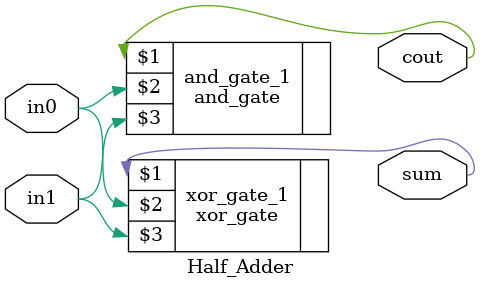
<source format=v>
module Half_Adder(
  cout,sum,in0,in1
);
    input in0,in1;
    output cout,sum;
    xor_gate xor_gate_1(sum,in0,in1);
    and_gate and_gate_1(cout,in0,in1);
endmodule // Half_Adder         
</source>
